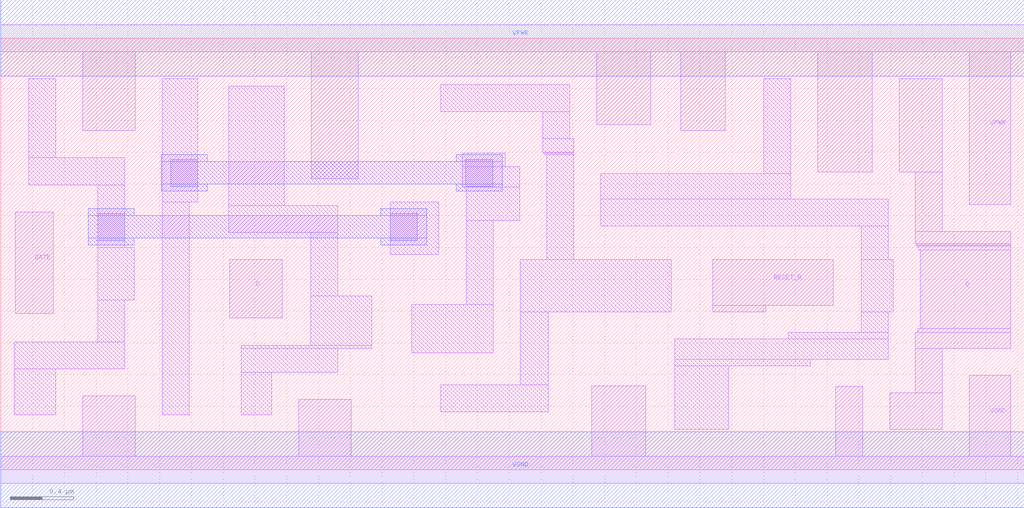
<source format=lef>
# Copyright 2020 The SkyWater PDK Authors
#
# Licensed under the Apache License, Version 2.0 (the "License");
# you may not use this file except in compliance with the License.
# You may obtain a copy of the License at
#
#     https://www.apache.org/licenses/LICENSE-2.0
#
# Unless required by applicable law or agreed to in writing, software
# distributed under the License is distributed on an "AS IS" BASIS,
# WITHOUT WARRANTIES OR CONDITIONS OF ANY KIND, either express or implied.
# See the License for the specific language governing permissions and
# limitations under the License.
#
# SPDX-License-Identifier: Apache-2.0

VERSION 5.5 ;
NAMESCASESENSITIVE ON ;
BUSBITCHARS "[]" ;
DIVIDERCHAR "/" ;
MACRO sky130_fd_sc_hd__dlrtp_2
  CLASS CORE ;
  SOURCE USER ;
  ORIGIN  0.000000  0.000000 ;
  SIZE  6.440000 BY  2.720000 ;
  SYMMETRY X Y R90 ;
  SITE unithd ;
  PIN D
    ANTENNAGATEAREA  0.159000 ;
    DIRECTION INPUT ;
    USE SIGNAL ;
    PORT
      LAYER li1 ;
        RECT 1.440000 0.955000 1.770000 1.325000 ;
    END
  END D
  PIN Q
    ANTENNADIFFAREA  0.480500 ;
    DIRECTION OUTPUT ;
    USE SIGNAL ;
    PORT
      LAYER li1 ;
        RECT 5.595000 0.255000 5.925000 0.485000 ;
        RECT 5.655000 1.875000 5.925000 2.465000 ;
        RECT 5.755000 0.485000 5.925000 0.765000 ;
        RECT 5.755000 0.765000 6.355000 0.865000 ;
        RECT 5.755000 1.425000 6.355000 1.500000 ;
        RECT 5.755000 1.500000 5.925000 1.875000 ;
        RECT 5.760000 1.415000 6.355000 1.425000 ;
        RECT 5.765000 1.410000 6.355000 1.415000 ;
        RECT 5.770000 0.865000 6.355000 0.890000 ;
        RECT 5.775000 1.385000 6.355000 1.410000 ;
        RECT 5.785000 0.890000 6.355000 1.385000 ;
    END
  END Q
  PIN RESET_B
    ANTENNAGATEAREA  0.247500 ;
    DIRECTION INPUT ;
    USE SIGNAL ;
    PORT
      LAYER li1 ;
        RECT 4.480000 0.995000 4.815000 1.035000 ;
        RECT 4.480000 1.035000 5.240000 1.325000 ;
    END
  END RESET_B
  PIN GATE
    ANTENNAGATEAREA  0.159000 ;
    DIRECTION INPUT ;
    USE CLOCK ;
    PORT
      LAYER li1 ;
        RECT 0.090000 0.985000 0.330000 1.625000 ;
    END
  END GATE
  PIN VGND
    DIRECTION INOUT ;
    SHAPE ABUTMENT ;
    USE GROUND ;
    PORT
      LAYER li1 ;
        RECT 0.000000 -0.085000 6.440000 0.085000 ;
        RECT 0.515000  0.085000 0.845000 0.465000 ;
        RECT 1.875000  0.085000 2.205000 0.445000 ;
        RECT 3.720000  0.085000 4.060000 0.530000 ;
        RECT 5.255000  0.085000 5.425000 0.525000 ;
        RECT 6.095000  0.085000 6.355000 0.595000 ;
    END
    PORT
      LAYER met1 ;
        RECT 0.000000 -0.240000 6.440000 0.240000 ;
    END
  END VGND
  PIN VNB
    DIRECTION INOUT ;
    USE GROUND ;
    PORT
    END
  END VNB
  PIN VPB
    DIRECTION INOUT ;
    USE POWER ;
    PORT
    END
  END VPB
  PIN VPWR
    DIRECTION INOUT ;
    SHAPE ABUTMENT ;
    USE POWER ;
    PORT
      LAYER li1 ;
        RECT 0.000000 2.635000 6.440000 2.805000 ;
        RECT 0.515000 2.135000 0.845000 2.635000 ;
        RECT 1.955000 1.835000 2.250000 2.635000 ;
        RECT 3.750000 2.175000 4.090000 2.635000 ;
        RECT 4.280000 2.135000 4.560000 2.635000 ;
        RECT 5.140000 1.875000 5.485000 2.635000 ;
        RECT 6.095000 1.670000 6.355000 2.635000 ;
    END
    PORT
      LAYER met1 ;
        RECT 0.000000 2.480000 6.440000 2.960000 ;
    END
  END VPWR
  OBS
    LAYER li1 ;
      RECT 0.085000 0.345000 0.345000 0.635000 ;
      RECT 0.085000 0.635000 0.780000 0.805000 ;
      RECT 0.175000 1.795000 0.780000 1.965000 ;
      RECT 0.175000 1.965000 0.345000 2.465000 ;
      RECT 0.610000 0.805000 0.780000 1.070000 ;
      RECT 0.610000 1.070000 0.840000 1.400000 ;
      RECT 0.610000 1.400000 0.780000 1.795000 ;
      RECT 1.015000 0.345000 1.185000 1.685000 ;
      RECT 1.015000 1.685000 1.240000 2.465000 ;
      RECT 1.435000 1.495000 2.120000 1.665000 ;
      RECT 1.435000 1.665000 1.785000 2.415000 ;
      RECT 1.515000 0.345000 1.705000 0.615000 ;
      RECT 1.515000 0.615000 2.120000 0.765000 ;
      RECT 1.515000 0.765000 2.335000 0.785000 ;
      RECT 1.950000 0.785000 2.335000 1.095000 ;
      RECT 1.950000 1.095000 2.120000 1.495000 ;
      RECT 2.450000 1.355000 2.755000 1.685000 ;
      RECT 2.585000 0.735000 3.100000 1.040000 ;
      RECT 2.770000 0.365000 3.445000 0.535000 ;
      RECT 2.770000 2.255000 3.580000 2.425000 ;
      RECT 2.905000 1.780000 3.265000 1.910000 ;
      RECT 2.905000 1.910000 3.175000 1.995000 ;
      RECT 2.930000 1.040000 3.100000 1.570000 ;
      RECT 2.930000 1.570000 3.265000 1.780000 ;
      RECT 3.270000 0.535000 3.445000 0.995000 ;
      RECT 3.270000 0.995000 4.220000 1.325000 ;
      RECT 3.410000 2.000000 3.605000 2.085000 ;
      RECT 3.410000 2.085000 3.580000 2.255000 ;
      RECT 3.415000 1.995000 3.605000 2.000000 ;
      RECT 3.420000 1.985000 3.605000 1.995000 ;
      RECT 3.435000 1.325000 3.605000 1.985000 ;
      RECT 3.775000 1.535000 5.585000 1.705000 ;
      RECT 3.775000 1.705000 4.970000 1.865000 ;
      RECT 4.240000 0.255000 4.580000 0.655000 ;
      RECT 4.240000 0.655000 5.095000 0.695000 ;
      RECT 4.240000 0.695000 5.585000 0.825000 ;
      RECT 4.800000 1.865000 4.970000 2.465000 ;
      RECT 4.955000 0.825000 5.585000 0.865000 ;
      RECT 5.415000 0.865000 5.585000 0.995000 ;
      RECT 5.415000 0.995000 5.615000 1.325000 ;
      RECT 5.415000 1.325000 5.585000 1.535000 ;
    LAYER mcon ;
      RECT 0.610000 1.445000 0.780000 1.615000 ;
      RECT 1.070000 1.785000 1.240000 1.955000 ;
      RECT 2.450000 1.445000 2.620000 1.615000 ;
      RECT 2.925000 1.785000 3.095000 1.955000 ;
    LAYER met1 ;
      RECT 0.550000 1.415000 0.840000 1.460000 ;
      RECT 0.550000 1.460000 2.680000 1.600000 ;
      RECT 0.550000 1.600000 0.840000 1.645000 ;
      RECT 1.010000 1.755000 1.300000 1.800000 ;
      RECT 1.010000 1.800000 3.155000 1.940000 ;
      RECT 1.010000 1.940000 1.300000 1.985000 ;
      RECT 2.390000 1.415000 2.680000 1.460000 ;
      RECT 2.390000 1.600000 2.680000 1.645000 ;
      RECT 2.865000 1.755000 3.155000 1.800000 ;
      RECT 2.865000 1.940000 3.155000 1.985000 ;
  END
END sky130_fd_sc_hd__dlrtp_2
END LIBRARY

</source>
